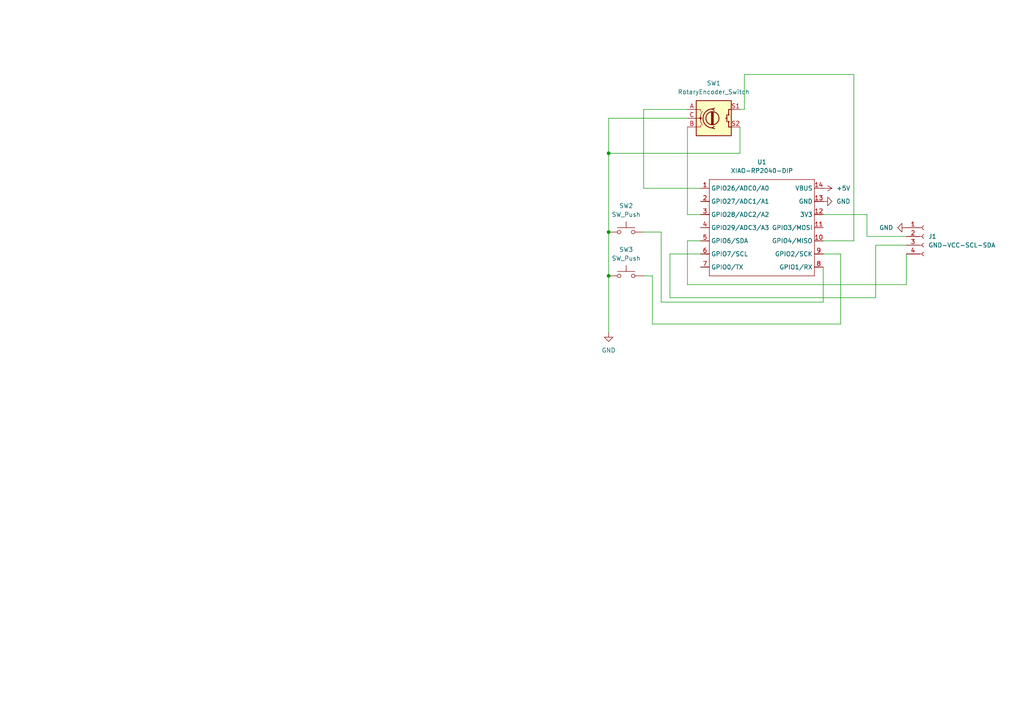
<source format=kicad_sch>
(kicad_sch
	(version 20250114)
	(generator "eeschema")
	(generator_version "9.0")
	(uuid "d5f27c87-6e13-48df-b671-0c795aa59453")
	(paper "A4")
	(lib_symbols
		(symbol "Library FOR FUSION:+5V"
			(power)
			(pin_numbers
				(hide yes)
			)
			(pin_names
				(offset 0)
				(hide yes)
			)
			(exclude_from_sim no)
			(in_bom yes)
			(on_board yes)
			(property "Reference" "#PWR"
				(at 0 -3.81 0)
				(effects
					(font
						(size 1.27 1.27)
					)
					(hide yes)
				)
			)
			(property "Value" "+5V"
				(at 0 3.556 0)
				(effects
					(font
						(size 1.27 1.27)
					)
				)
			)
			(property "Footprint" ""
				(at 0 0 0)
				(effects
					(font
						(size 1.27 1.27)
					)
					(hide yes)
				)
			)
			(property "Datasheet" ""
				(at 0 0 0)
				(effects
					(font
						(size 1.27 1.27)
					)
					(hide yes)
				)
			)
			(property "Description" "Power symbol creates a global label with name \"+5V\""
				(at 0 0 0)
				(effects
					(font
						(size 1.27 1.27)
					)
					(hide yes)
				)
			)
			(property "ki_keywords" "global power"
				(at 0 0 0)
				(effects
					(font
						(size 1.27 1.27)
					)
					(hide yes)
				)
			)
			(symbol "+5V_0_1"
				(polyline
					(pts
						(xy -0.762 1.27) (xy 0 2.54)
					)
					(stroke
						(width 0)
						(type default)
					)
					(fill
						(type none)
					)
				)
				(polyline
					(pts
						(xy 0 2.54) (xy 0.762 1.27)
					)
					(stroke
						(width 0)
						(type default)
					)
					(fill
						(type none)
					)
				)
				(polyline
					(pts
						(xy 0 0) (xy 0 2.54)
					)
					(stroke
						(width 0)
						(type default)
					)
					(fill
						(type none)
					)
				)
			)
			(symbol "+5V_1_1"
				(pin power_in line
					(at 0 0 90)
					(length 0)
					(name "~"
						(effects
							(font
								(size 1.27 1.27)
							)
						)
					)
					(number "1"
						(effects
							(font
								(size 1.27 1.27)
							)
						)
					)
				)
			)
			(embedded_fonts no)
		)
		(symbol "Library FOR FUSION:Conn_01x04_Socket"
			(pin_names
				(offset 1.016)
				(hide yes)
			)
			(exclude_from_sim no)
			(in_bom yes)
			(on_board yes)
			(property "Reference" "J"
				(at 0 5.08 0)
				(effects
					(font
						(size 1.27 1.27)
					)
				)
			)
			(property "Value" "Conn_01x04_Socket"
				(at 0 -7.62 0)
				(effects
					(font
						(size 1.27 1.27)
					)
				)
			)
			(property "Footprint" ""
				(at 0 0 0)
				(effects
					(font
						(size 1.27 1.27)
					)
					(hide yes)
				)
			)
			(property "Datasheet" "~"
				(at 0 0 0)
				(effects
					(font
						(size 1.27 1.27)
					)
					(hide yes)
				)
			)
			(property "Description" "Generic connector, single row, 01x04, script generated"
				(at 0 0 0)
				(effects
					(font
						(size 1.27 1.27)
					)
					(hide yes)
				)
			)
			(property "ki_locked" ""
				(at 0 0 0)
				(effects
					(font
						(size 1.27 1.27)
					)
				)
			)
			(property "ki_keywords" "connector"
				(at 0 0 0)
				(effects
					(font
						(size 1.27 1.27)
					)
					(hide yes)
				)
			)
			(property "ki_fp_filters" "Connector*:*_1x??_*"
				(at 0 0 0)
				(effects
					(font
						(size 1.27 1.27)
					)
					(hide yes)
				)
			)
			(symbol "Conn_01x04_Socket_1_1"
				(polyline
					(pts
						(xy -1.27 2.54) (xy -0.508 2.54)
					)
					(stroke
						(width 0.1524)
						(type default)
					)
					(fill
						(type none)
					)
				)
				(polyline
					(pts
						(xy -1.27 0) (xy -0.508 0)
					)
					(stroke
						(width 0.1524)
						(type default)
					)
					(fill
						(type none)
					)
				)
				(polyline
					(pts
						(xy -1.27 -2.54) (xy -0.508 -2.54)
					)
					(stroke
						(width 0.1524)
						(type default)
					)
					(fill
						(type none)
					)
				)
				(polyline
					(pts
						(xy -1.27 -5.08) (xy -0.508 -5.08)
					)
					(stroke
						(width 0.1524)
						(type default)
					)
					(fill
						(type none)
					)
				)
				(arc
					(start 0 2.032)
					(mid -0.5058 2.54)
					(end 0 3.048)
					(stroke
						(width 0.1524)
						(type default)
					)
					(fill
						(type none)
					)
				)
				(arc
					(start 0 -0.508)
					(mid -0.5058 0)
					(end 0 0.508)
					(stroke
						(width 0.1524)
						(type default)
					)
					(fill
						(type none)
					)
				)
				(arc
					(start 0 -3.048)
					(mid -0.5058 -2.54)
					(end 0 -2.032)
					(stroke
						(width 0.1524)
						(type default)
					)
					(fill
						(type none)
					)
				)
				(arc
					(start 0 -5.588)
					(mid -0.5058 -5.08)
					(end 0 -4.572)
					(stroke
						(width 0.1524)
						(type default)
					)
					(fill
						(type none)
					)
				)
				(pin passive line
					(at -5.08 2.54 0)
					(length 3.81)
					(name "Pin_1"
						(effects
							(font
								(size 1.27 1.27)
							)
						)
					)
					(number "1"
						(effects
							(font
								(size 1.27 1.27)
							)
						)
					)
				)
				(pin passive line
					(at -5.08 0 0)
					(length 3.81)
					(name "Pin_2"
						(effects
							(font
								(size 1.27 1.27)
							)
						)
					)
					(number "2"
						(effects
							(font
								(size 1.27 1.27)
							)
						)
					)
				)
				(pin passive line
					(at -5.08 -2.54 0)
					(length 3.81)
					(name "Pin_3"
						(effects
							(font
								(size 1.27 1.27)
							)
						)
					)
					(number "3"
						(effects
							(font
								(size 1.27 1.27)
							)
						)
					)
				)
				(pin passive line
					(at -5.08 -5.08 0)
					(length 3.81)
					(name "Pin_4"
						(effects
							(font
								(size 1.27 1.27)
							)
						)
					)
					(number "4"
						(effects
							(font
								(size 1.27 1.27)
							)
						)
					)
				)
			)
			(embedded_fonts no)
		)
		(symbol "Library FOR FUSION:GND"
			(power)
			(pin_numbers
				(hide yes)
			)
			(pin_names
				(offset 0)
				(hide yes)
			)
			(exclude_from_sim no)
			(in_bom yes)
			(on_board yes)
			(property "Reference" "#PWR"
				(at 0 -6.35 0)
				(effects
					(font
						(size 1.27 1.27)
					)
					(hide yes)
				)
			)
			(property "Value" "GND"
				(at 0 -3.81 0)
				(effects
					(font
						(size 1.27 1.27)
					)
				)
			)
			(property "Footprint" ""
				(at 0 0 0)
				(effects
					(font
						(size 1.27 1.27)
					)
					(hide yes)
				)
			)
			(property "Datasheet" ""
				(at 0 0 0)
				(effects
					(font
						(size 1.27 1.27)
					)
					(hide yes)
				)
			)
			(property "Description" "Power symbol creates a global label with name \"GND\" , ground"
				(at 0 0 0)
				(effects
					(font
						(size 1.27 1.27)
					)
					(hide yes)
				)
			)
			(property "ki_keywords" "global power"
				(at 0 0 0)
				(effects
					(font
						(size 1.27 1.27)
					)
					(hide yes)
				)
			)
			(symbol "GND_0_1"
				(polyline
					(pts
						(xy 0 0) (xy 0 -1.27) (xy 1.27 -1.27) (xy 0 -2.54) (xy -1.27 -1.27) (xy 0 -1.27)
					)
					(stroke
						(width 0)
						(type default)
					)
					(fill
						(type none)
					)
				)
			)
			(symbol "GND_1_1"
				(pin power_in line
					(at 0 0 270)
					(length 0)
					(name "~"
						(effects
							(font
								(size 1.27 1.27)
							)
						)
					)
					(number "1"
						(effects
							(font
								(size 1.27 1.27)
							)
						)
					)
				)
			)
			(embedded_fonts no)
		)
		(symbol "Library FOR FUSION:RotaryEncoder_Switch"
			(pin_names
				(offset 0.254)
				(hide yes)
			)
			(exclude_from_sim no)
			(in_bom yes)
			(on_board yes)
			(property "Reference" "SW"
				(at 0 6.604 0)
				(effects
					(font
						(size 1.27 1.27)
					)
				)
			)
			(property "Value" "RotaryEncoder_Switch"
				(at 0 -6.604 0)
				(effects
					(font
						(size 1.27 1.27)
					)
				)
			)
			(property "Footprint" ""
				(at -3.81 4.064 0)
				(effects
					(font
						(size 1.27 1.27)
					)
					(hide yes)
				)
			)
			(property "Datasheet" "~"
				(at 0 6.604 0)
				(effects
					(font
						(size 1.27 1.27)
					)
					(hide yes)
				)
			)
			(property "Description" "Rotary encoder, dual channel, incremental quadrate outputs, with switch"
				(at 0 0 0)
				(effects
					(font
						(size 1.27 1.27)
					)
					(hide yes)
				)
			)
			(property "ki_keywords" "rotary switch encoder switch push button"
				(at 0 0 0)
				(effects
					(font
						(size 1.27 1.27)
					)
					(hide yes)
				)
			)
			(property "ki_fp_filters" "RotaryEncoder*Switch*"
				(at 0 0 0)
				(effects
					(font
						(size 1.27 1.27)
					)
					(hide yes)
				)
			)
			(symbol "RotaryEncoder_Switch_0_1"
				(rectangle
					(start -5.08 5.08)
					(end 5.08 -5.08)
					(stroke
						(width 0.254)
						(type default)
					)
					(fill
						(type background)
					)
				)
				(polyline
					(pts
						(xy -5.08 2.54) (xy -3.81 2.54) (xy -3.81 2.032)
					)
					(stroke
						(width 0)
						(type default)
					)
					(fill
						(type none)
					)
				)
				(polyline
					(pts
						(xy -5.08 0) (xy -3.81 0) (xy -3.81 -1.016) (xy -3.302 -2.032)
					)
					(stroke
						(width 0)
						(type default)
					)
					(fill
						(type none)
					)
				)
				(polyline
					(pts
						(xy -5.08 -2.54) (xy -3.81 -2.54) (xy -3.81 -2.032)
					)
					(stroke
						(width 0)
						(type default)
					)
					(fill
						(type none)
					)
				)
				(polyline
					(pts
						(xy -4.318 0) (xy -3.81 0) (xy -3.81 1.016) (xy -3.302 2.032)
					)
					(stroke
						(width 0)
						(type default)
					)
					(fill
						(type none)
					)
				)
				(circle
					(center -3.81 0)
					(radius 0.254)
					(stroke
						(width 0)
						(type default)
					)
					(fill
						(type outline)
					)
				)
				(polyline
					(pts
						(xy -0.635 -1.778) (xy -0.635 1.778)
					)
					(stroke
						(width 0.254)
						(type default)
					)
					(fill
						(type none)
					)
				)
				(circle
					(center -0.381 0)
					(radius 1.905)
					(stroke
						(width 0.254)
						(type default)
					)
					(fill
						(type none)
					)
				)
				(polyline
					(pts
						(xy -0.381 -1.778) (xy -0.381 1.778)
					)
					(stroke
						(width 0.254)
						(type default)
					)
					(fill
						(type none)
					)
				)
				(arc
					(start -0.381 -2.794)
					(mid -3.0988 -0.0635)
					(end -0.381 2.667)
					(stroke
						(width 0.254)
						(type default)
					)
					(fill
						(type none)
					)
				)
				(polyline
					(pts
						(xy -0.127 1.778) (xy -0.127 -1.778)
					)
					(stroke
						(width 0.254)
						(type default)
					)
					(fill
						(type none)
					)
				)
				(polyline
					(pts
						(xy 0.254 2.921) (xy -0.508 2.667) (xy 0.127 2.286)
					)
					(stroke
						(width 0.254)
						(type default)
					)
					(fill
						(type none)
					)
				)
				(polyline
					(pts
						(xy 0.254 -3.048) (xy -0.508 -2.794) (xy 0.127 -2.413)
					)
					(stroke
						(width 0.254)
						(type default)
					)
					(fill
						(type none)
					)
				)
				(polyline
					(pts
						(xy 3.81 1.016) (xy 3.81 -1.016)
					)
					(stroke
						(width 0.254)
						(type default)
					)
					(fill
						(type none)
					)
				)
				(polyline
					(pts
						(xy 3.81 0) (xy 3.429 0)
					)
					(stroke
						(width 0.254)
						(type default)
					)
					(fill
						(type none)
					)
				)
				(circle
					(center 4.318 1.016)
					(radius 0.127)
					(stroke
						(width 0.254)
						(type default)
					)
					(fill
						(type none)
					)
				)
				(circle
					(center 4.318 -1.016)
					(radius 0.127)
					(stroke
						(width 0.254)
						(type default)
					)
					(fill
						(type none)
					)
				)
				(polyline
					(pts
						(xy 5.08 2.54) (xy 4.318 2.54) (xy 4.318 1.016)
					)
					(stroke
						(width 0.254)
						(type default)
					)
					(fill
						(type none)
					)
				)
				(polyline
					(pts
						(xy 5.08 -2.54) (xy 4.318 -2.54) (xy 4.318 -1.016)
					)
					(stroke
						(width 0.254)
						(type default)
					)
					(fill
						(type none)
					)
				)
			)
			(symbol "RotaryEncoder_Switch_1_1"
				(pin passive line
					(at -7.62 2.54 0)
					(length 2.54)
					(name "A"
						(effects
							(font
								(size 1.27 1.27)
							)
						)
					)
					(number "A"
						(effects
							(font
								(size 1.27 1.27)
							)
						)
					)
				)
				(pin passive line
					(at -7.62 0 0)
					(length 2.54)
					(name "C"
						(effects
							(font
								(size 1.27 1.27)
							)
						)
					)
					(number "C"
						(effects
							(font
								(size 1.27 1.27)
							)
						)
					)
				)
				(pin passive line
					(at -7.62 -2.54 0)
					(length 2.54)
					(name "B"
						(effects
							(font
								(size 1.27 1.27)
							)
						)
					)
					(number "B"
						(effects
							(font
								(size 1.27 1.27)
							)
						)
					)
				)
				(pin passive line
					(at 7.62 2.54 180)
					(length 2.54)
					(name "S1"
						(effects
							(font
								(size 1.27 1.27)
							)
						)
					)
					(number "S1"
						(effects
							(font
								(size 1.27 1.27)
							)
						)
					)
				)
				(pin passive line
					(at 7.62 -2.54 180)
					(length 2.54)
					(name "S2"
						(effects
							(font
								(size 1.27 1.27)
							)
						)
					)
					(number "S2"
						(effects
							(font
								(size 1.27 1.27)
							)
						)
					)
				)
			)
			(embedded_fonts no)
		)
		(symbol "Library FOR FUSION:SW_Push"
			(pin_numbers
				(hide yes)
			)
			(pin_names
				(offset 1.016)
				(hide yes)
			)
			(exclude_from_sim no)
			(in_bom yes)
			(on_board yes)
			(property "Reference" "SW"
				(at 1.27 2.54 0)
				(effects
					(font
						(size 1.27 1.27)
					)
					(justify left)
				)
			)
			(property "Value" "SW_Push"
				(at 0 -1.524 0)
				(effects
					(font
						(size 1.27 1.27)
					)
				)
			)
			(property "Footprint" ""
				(at 0 5.08 0)
				(effects
					(font
						(size 1.27 1.27)
					)
					(hide yes)
				)
			)
			(property "Datasheet" "~"
				(at 0 5.08 0)
				(effects
					(font
						(size 1.27 1.27)
					)
					(hide yes)
				)
			)
			(property "Description" "Push button switch, generic, two pins"
				(at 0 0 0)
				(effects
					(font
						(size 1.27 1.27)
					)
					(hide yes)
				)
			)
			(property "ki_keywords" "switch normally-open pushbutton push-button"
				(at 0 0 0)
				(effects
					(font
						(size 1.27 1.27)
					)
					(hide yes)
				)
			)
			(symbol "SW_Push_0_1"
				(circle
					(center -2.032 0)
					(radius 0.508)
					(stroke
						(width 0)
						(type default)
					)
					(fill
						(type none)
					)
				)
				(polyline
					(pts
						(xy 0 1.27) (xy 0 3.048)
					)
					(stroke
						(width 0)
						(type default)
					)
					(fill
						(type none)
					)
				)
				(circle
					(center 2.032 0)
					(radius 0.508)
					(stroke
						(width 0)
						(type default)
					)
					(fill
						(type none)
					)
				)
				(polyline
					(pts
						(xy 2.54 1.27) (xy -2.54 1.27)
					)
					(stroke
						(width 0)
						(type default)
					)
					(fill
						(type none)
					)
				)
				(pin passive line
					(at -5.08 0 0)
					(length 2.54)
					(name "1"
						(effects
							(font
								(size 1.27 1.27)
							)
						)
					)
					(number "1"
						(effects
							(font
								(size 1.27 1.27)
							)
						)
					)
				)
				(pin passive line
					(at 5.08 0 180)
					(length 2.54)
					(name "2"
						(effects
							(font
								(size 1.27 1.27)
							)
						)
					)
					(number "2"
						(effects
							(font
								(size 1.27 1.27)
							)
						)
					)
				)
			)
			(embedded_fonts no)
		)
		(symbol "Library FOR FUSION:XIAO-RP2040-DIP"
			(exclude_from_sim no)
			(in_bom yes)
			(on_board yes)
			(property "Reference" "U"
				(at 0 0 0)
				(effects
					(font
						(size 1.27 1.27)
					)
				)
			)
			(property "Value" "XIAO-RP2040-DIP"
				(at 5.334 -1.778 0)
				(effects
					(font
						(size 1.27 1.27)
					)
				)
			)
			(property "Footprint" "Module:MOUDLE14P-XIAO-DIP-SMD"
				(at 14.478 -32.258 0)
				(effects
					(font
						(size 1.27 1.27)
					)
					(hide yes)
				)
			)
			(property "Datasheet" ""
				(at 0 0 0)
				(effects
					(font
						(size 1.27 1.27)
					)
					(hide yes)
				)
			)
			(property "Description" ""
				(at 0 0 0)
				(effects
					(font
						(size 1.27 1.27)
					)
					(hide yes)
				)
			)
			(symbol "XIAO-RP2040-DIP_1_0"
				(polyline
					(pts
						(xy -1.27 -2.54) (xy 29.21 -2.54)
					)
					(stroke
						(width 0.1524)
						(type solid)
					)
					(fill
						(type none)
					)
				)
				(polyline
					(pts
						(xy -1.27 -5.08) (xy -2.54 -5.08)
					)
					(stroke
						(width 0.1524)
						(type solid)
					)
					(fill
						(type none)
					)
				)
				(polyline
					(pts
						(xy -1.27 -5.08) (xy -1.27 -2.54)
					)
					(stroke
						(width 0.1524)
						(type solid)
					)
					(fill
						(type none)
					)
				)
				(polyline
					(pts
						(xy -1.27 -8.89) (xy -2.54 -8.89)
					)
					(stroke
						(width 0.1524)
						(type solid)
					)
					(fill
						(type none)
					)
				)
				(polyline
					(pts
						(xy -1.27 -8.89) (xy -1.27 -5.08)
					)
					(stroke
						(width 0.1524)
						(type solid)
					)
					(fill
						(type none)
					)
				)
				(polyline
					(pts
						(xy -1.27 -12.7) (xy -2.54 -12.7)
					)
					(stroke
						(width 0.1524)
						(type solid)
					)
					(fill
						(type none)
					)
				)
				(polyline
					(pts
						(xy -1.27 -12.7) (xy -1.27 -8.89)
					)
					(stroke
						(width 0.1524)
						(type solid)
					)
					(fill
						(type none)
					)
				)
				(polyline
					(pts
						(xy -1.27 -16.51) (xy -2.54 -16.51)
					)
					(stroke
						(width 0.1524)
						(type solid)
					)
					(fill
						(type none)
					)
				)
				(polyline
					(pts
						(xy -1.27 -16.51) (xy -1.27 -12.7)
					)
					(stroke
						(width 0.1524)
						(type solid)
					)
					(fill
						(type none)
					)
				)
				(polyline
					(pts
						(xy -1.27 -20.32) (xy -2.54 -20.32)
					)
					(stroke
						(width 0.1524)
						(type solid)
					)
					(fill
						(type none)
					)
				)
				(polyline
					(pts
						(xy -1.27 -24.13) (xy -2.54 -24.13)
					)
					(stroke
						(width 0.1524)
						(type solid)
					)
					(fill
						(type none)
					)
				)
				(polyline
					(pts
						(xy -1.27 -27.94) (xy -2.54 -27.94)
					)
					(stroke
						(width 0.1524)
						(type solid)
					)
					(fill
						(type none)
					)
				)
				(polyline
					(pts
						(xy -1.27 -30.48) (xy -1.27 -16.51)
					)
					(stroke
						(width 0.1524)
						(type solid)
					)
					(fill
						(type none)
					)
				)
				(polyline
					(pts
						(xy 29.21 -2.54) (xy 29.21 -5.08)
					)
					(stroke
						(width 0.1524)
						(type solid)
					)
					(fill
						(type none)
					)
				)
				(polyline
					(pts
						(xy 29.21 -5.08) (xy 29.21 -8.89)
					)
					(stroke
						(width 0.1524)
						(type solid)
					)
					(fill
						(type none)
					)
				)
				(polyline
					(pts
						(xy 29.21 -8.89) (xy 29.21 -12.7)
					)
					(stroke
						(width 0.1524)
						(type solid)
					)
					(fill
						(type none)
					)
				)
				(polyline
					(pts
						(xy 29.21 -12.7) (xy 29.21 -30.48)
					)
					(stroke
						(width 0.1524)
						(type solid)
					)
					(fill
						(type none)
					)
				)
				(polyline
					(pts
						(xy 29.21 -30.48) (xy -1.27 -30.48)
					)
					(stroke
						(width 0.1524)
						(type solid)
					)
					(fill
						(type none)
					)
				)
				(polyline
					(pts
						(xy 30.48 -5.08) (xy 29.21 -5.08)
					)
					(stroke
						(width 0.1524)
						(type solid)
					)
					(fill
						(type none)
					)
				)
				(polyline
					(pts
						(xy 30.48 -8.89) (xy 29.21 -8.89)
					)
					(stroke
						(width 0.1524)
						(type solid)
					)
					(fill
						(type none)
					)
				)
				(polyline
					(pts
						(xy 30.48 -12.7) (xy 29.21 -12.7)
					)
					(stroke
						(width 0.1524)
						(type solid)
					)
					(fill
						(type none)
					)
				)
				(polyline
					(pts
						(xy 30.48 -16.51) (xy 29.21 -16.51)
					)
					(stroke
						(width 0.1524)
						(type solid)
					)
					(fill
						(type none)
					)
				)
				(polyline
					(pts
						(xy 30.48 -20.32) (xy 29.21 -20.32)
					)
					(stroke
						(width 0.1524)
						(type solid)
					)
					(fill
						(type none)
					)
				)
				(polyline
					(pts
						(xy 30.48 -24.13) (xy 29.21 -24.13)
					)
					(stroke
						(width 0.1524)
						(type solid)
					)
					(fill
						(type none)
					)
				)
				(polyline
					(pts
						(xy 30.48 -27.94) (xy 29.21 -27.94)
					)
					(stroke
						(width 0.1524)
						(type solid)
					)
					(fill
						(type none)
					)
				)
				(pin passive line
					(at -3.81 -5.08 0)
					(length 2.54)
					(name "GPIO26/ADC0/A0"
						(effects
							(font
								(size 1.27 1.27)
							)
						)
					)
					(number "1"
						(effects
							(font
								(size 1.27 1.27)
							)
						)
					)
				)
				(pin passive line
					(at -3.81 -8.89 0)
					(length 2.54)
					(name "GPIO27/ADC1/A1"
						(effects
							(font
								(size 1.27 1.27)
							)
						)
					)
					(number "2"
						(effects
							(font
								(size 1.27 1.27)
							)
						)
					)
				)
				(pin passive line
					(at -3.81 -12.7 0)
					(length 2.54)
					(name "GPIO28/ADC2/A2"
						(effects
							(font
								(size 1.27 1.27)
							)
						)
					)
					(number "3"
						(effects
							(font
								(size 1.27 1.27)
							)
						)
					)
				)
				(pin passive line
					(at -3.81 -16.51 0)
					(length 2.54)
					(name "GPIO29/ADC3/A3"
						(effects
							(font
								(size 1.27 1.27)
							)
						)
					)
					(number "4"
						(effects
							(font
								(size 1.27 1.27)
							)
						)
					)
				)
				(pin passive line
					(at -3.81 -20.32 0)
					(length 2.54)
					(name "GPIO6/SDA"
						(effects
							(font
								(size 1.27 1.27)
							)
						)
					)
					(number "5"
						(effects
							(font
								(size 1.27 1.27)
							)
						)
					)
				)
				(pin passive line
					(at -3.81 -24.13 0)
					(length 2.54)
					(name "GPIO7/SCL"
						(effects
							(font
								(size 1.27 1.27)
							)
						)
					)
					(number "6"
						(effects
							(font
								(size 1.27 1.27)
							)
						)
					)
				)
				(pin passive line
					(at -3.81 -27.94 0)
					(length 2.54)
					(name "GPIO0/TX"
						(effects
							(font
								(size 1.27 1.27)
							)
						)
					)
					(number "7"
						(effects
							(font
								(size 1.27 1.27)
							)
						)
					)
				)
				(pin passive line
					(at 31.75 -5.08 180)
					(length 2.54)
					(name "VBUS"
						(effects
							(font
								(size 1.27 1.27)
							)
						)
					)
					(number "14"
						(effects
							(font
								(size 1.27 1.27)
							)
						)
					)
				)
				(pin passive line
					(at 31.75 -8.89 180)
					(length 2.54)
					(name "GND"
						(effects
							(font
								(size 1.27 1.27)
							)
						)
					)
					(number "13"
						(effects
							(font
								(size 1.27 1.27)
							)
						)
					)
				)
				(pin passive line
					(at 31.75 -12.7 180)
					(length 2.54)
					(name "3V3"
						(effects
							(font
								(size 1.27 1.27)
							)
						)
					)
					(number "12"
						(effects
							(font
								(size 1.27 1.27)
							)
						)
					)
				)
				(pin passive line
					(at 31.75 -16.51 180)
					(length 2.54)
					(name "GPIO3/MOSI"
						(effects
							(font
								(size 1.27 1.27)
							)
						)
					)
					(number "11"
						(effects
							(font
								(size 1.27 1.27)
							)
						)
					)
				)
				(pin passive line
					(at 31.75 -20.32 180)
					(length 2.54)
					(name "GPIO4/MISO"
						(effects
							(font
								(size 1.27 1.27)
							)
						)
					)
					(number "10"
						(effects
							(font
								(size 1.27 1.27)
							)
						)
					)
				)
				(pin passive line
					(at 31.75 -24.13 180)
					(length 2.54)
					(name "GPIO2/SCK"
						(effects
							(font
								(size 1.27 1.27)
							)
						)
					)
					(number "9"
						(effects
							(font
								(size 1.27 1.27)
							)
						)
					)
				)
				(pin passive line
					(at 31.75 -27.94 180)
					(length 2.54)
					(name "GPIO1/RX"
						(effects
							(font
								(size 1.27 1.27)
							)
						)
					)
					(number "8"
						(effects
							(font
								(size 1.27 1.27)
							)
						)
					)
				)
			)
			(embedded_fonts no)
		)
	)
	(junction
		(at 176.53 67.31)
		(diameter 0)
		(color 0 0 0 0)
		(uuid "2960c5f4-f3ff-4713-93b3-f9f1d0fc2690")
	)
	(junction
		(at 176.53 44.45)
		(diameter 0)
		(color 0 0 0 0)
		(uuid "c934690f-23fd-4d5b-95a7-03ec3035b348")
	)
	(junction
		(at 176.53 80.01)
		(diameter 0)
		(color 0 0 0 0)
		(uuid "cbf99198-ce08-4cf0-bf71-b4e274c79859")
	)
	(wire
		(pts
			(xy 247.65 69.85) (xy 238.76 69.85)
		)
		(stroke
			(width 0)
			(type default)
		)
		(uuid "02f18d5c-7349-4ffa-91cc-3be222d82de0")
	)
	(wire
		(pts
			(xy 243.84 93.98) (xy 189.23 93.98)
		)
		(stroke
			(width 0)
			(type default)
		)
		(uuid "0b00ab3b-84f0-4d79-a5b3-f40f5f125c45")
	)
	(wire
		(pts
			(xy 238.76 87.63) (xy 191.77 87.63)
		)
		(stroke
			(width 0)
			(type default)
		)
		(uuid "0b1260a5-4e51-41bc-b2cd-946f9f1e3884")
	)
	(wire
		(pts
			(xy 214.63 44.45) (xy 176.53 44.45)
		)
		(stroke
			(width 0)
			(type default)
		)
		(uuid "10aa01cf-c4c4-4d23-a9ba-3edd1f9590ca")
	)
	(wire
		(pts
			(xy 254 86.36) (xy 194.31 86.36)
		)
		(stroke
			(width 0)
			(type default)
		)
		(uuid "185035df-c26c-4f30-8054-3006dd7b0abe")
	)
	(wire
		(pts
			(xy 194.31 73.66) (xy 194.31 86.36)
		)
		(stroke
			(width 0)
			(type default)
		)
		(uuid "2b294951-66d6-4706-b7e1-390f51fe6367")
	)
	(wire
		(pts
			(xy 176.53 34.29) (xy 176.53 44.45)
		)
		(stroke
			(width 0)
			(type default)
		)
		(uuid "43a626e8-835a-49bd-ab54-a7690dd10fcc")
	)
	(wire
		(pts
			(xy 215.9 21.59) (xy 215.9 31.75)
		)
		(stroke
			(width 0)
			(type default)
		)
		(uuid "549d2d8d-496e-4eb1-9f1c-7d5692dac678")
	)
	(wire
		(pts
			(xy 194.31 73.66) (xy 203.2 73.66)
		)
		(stroke
			(width 0)
			(type default)
		)
		(uuid "589a16ad-d3e3-45c9-9ca4-70f72592fe0e")
	)
	(wire
		(pts
			(xy 199.39 36.83) (xy 199.39 62.23)
		)
		(stroke
			(width 0)
			(type default)
		)
		(uuid "5f9df7e9-0220-4079-bd3b-ae0d9ac15603")
	)
	(wire
		(pts
			(xy 215.9 31.75) (xy 214.63 31.75)
		)
		(stroke
			(width 0)
			(type default)
		)
		(uuid "7877491d-d207-4f0f-86c0-c9b2bc9379f2")
	)
	(wire
		(pts
			(xy 238.76 77.47) (xy 238.76 87.63)
		)
		(stroke
			(width 0)
			(type default)
		)
		(uuid "796e1017-949a-4940-aa9a-3cf62df8541d")
	)
	(wire
		(pts
			(xy 191.77 67.31) (xy 191.77 87.63)
		)
		(stroke
			(width 0)
			(type default)
		)
		(uuid "7e29dfbc-62e6-4884-9ef2-39e498028e2d")
	)
	(wire
		(pts
			(xy 186.69 54.61) (xy 203.2 54.61)
		)
		(stroke
			(width 0)
			(type default)
		)
		(uuid "7e3d3e31-f057-40ba-ac50-457fdfb6f9fc")
	)
	(wire
		(pts
			(xy 251.46 68.58) (xy 262.89 68.58)
		)
		(stroke
			(width 0)
			(type default)
		)
		(uuid "840d6f2a-f190-4930-8f6c-12ba3605a381")
	)
	(wire
		(pts
			(xy 214.63 36.83) (xy 214.63 44.45)
		)
		(stroke
			(width 0)
			(type default)
		)
		(uuid "85e8d3ee-2aef-4cde-a842-8edaf54a6d36")
	)
	(wire
		(pts
			(xy 251.46 62.23) (xy 251.46 68.58)
		)
		(stroke
			(width 0)
			(type default)
		)
		(uuid "897d79c5-da22-4f77-8f04-06a39cea0b6e")
	)
	(wire
		(pts
			(xy 176.53 34.29) (xy 199.39 34.29)
		)
		(stroke
			(width 0)
			(type default)
		)
		(uuid "8b921526-6489-424f-af23-b0ebf2081b51")
	)
	(wire
		(pts
			(xy 262.89 82.55) (xy 199.39 82.55)
		)
		(stroke
			(width 0)
			(type default)
		)
		(uuid "9db771a1-b2cd-4ba0-89e4-0dbea62fb658")
	)
	(wire
		(pts
			(xy 176.53 44.45) (xy 176.53 67.31)
		)
		(stroke
			(width 0)
			(type default)
		)
		(uuid "9dfa29f6-eee9-44da-9e2f-50c26682b90c")
	)
	(wire
		(pts
			(xy 199.39 82.55) (xy 199.39 69.85)
		)
		(stroke
			(width 0)
			(type default)
		)
		(uuid "a3a07803-e52d-4a4f-871c-0b9576d2d39e")
	)
	(wire
		(pts
			(xy 199.39 69.85) (xy 203.2 69.85)
		)
		(stroke
			(width 0)
			(type default)
		)
		(uuid "a8cb26fd-5797-49ca-b17a-fc37fd80d307")
	)
	(wire
		(pts
			(xy 247.65 69.85) (xy 247.65 21.59)
		)
		(stroke
			(width 0)
			(type default)
		)
		(uuid "ab66bf92-d3cf-4408-9346-19ea795b59da")
	)
	(wire
		(pts
			(xy 189.23 80.01) (xy 189.23 93.98)
		)
		(stroke
			(width 0)
			(type default)
		)
		(uuid "b9cb532e-1882-4c69-8fce-20c855c057df")
	)
	(wire
		(pts
			(xy 186.69 31.75) (xy 186.69 54.61)
		)
		(stroke
			(width 0)
			(type default)
		)
		(uuid "bc9dfbe3-0fcc-4671-96df-dd2b2ddba926")
	)
	(wire
		(pts
			(xy 186.69 80.01) (xy 189.23 80.01)
		)
		(stroke
			(width 0)
			(type default)
		)
		(uuid "c1de4fdc-290c-4629-aee0-fad73bab8811")
	)
	(wire
		(pts
			(xy 238.76 73.66) (xy 243.84 73.66)
		)
		(stroke
			(width 0)
			(type default)
		)
		(uuid "c57e6e10-bd59-4a5b-8297-f1a78e218602")
	)
	(wire
		(pts
			(xy 176.53 80.01) (xy 176.53 96.52)
		)
		(stroke
			(width 0)
			(type default)
		)
		(uuid "c8a0c812-8787-42f7-a015-05a92b835946")
	)
	(wire
		(pts
			(xy 247.65 21.59) (xy 215.9 21.59)
		)
		(stroke
			(width 0)
			(type default)
		)
		(uuid "c97892a0-eb8c-4bed-9383-3e02974efaaa")
	)
	(wire
		(pts
			(xy 238.76 62.23) (xy 251.46 62.23)
		)
		(stroke
			(width 0)
			(type default)
		)
		(uuid "cc674229-9248-4b3a-9305-eec45e462f86")
	)
	(wire
		(pts
			(xy 176.53 67.31) (xy 176.53 80.01)
		)
		(stroke
			(width 0)
			(type default)
		)
		(uuid "ce072455-d3e7-460a-b97b-bbda06a58899")
	)
	(wire
		(pts
			(xy 254 71.12) (xy 254 86.36)
		)
		(stroke
			(width 0)
			(type default)
		)
		(uuid "d1d72db6-37ab-461b-b88b-828a42028a13")
	)
	(wire
		(pts
			(xy 262.89 71.12) (xy 254 71.12)
		)
		(stroke
			(width 0)
			(type default)
		)
		(uuid "d203032d-5811-4c93-95a0-3214958c260f")
	)
	(wire
		(pts
			(xy 191.77 67.31) (xy 186.69 67.31)
		)
		(stroke
			(width 0)
			(type default)
		)
		(uuid "d2f23472-d0cd-4f4f-8c74-53cc7c7435a0")
	)
	(wire
		(pts
			(xy 199.39 31.75) (xy 186.69 31.75)
		)
		(stroke
			(width 0)
			(type default)
		)
		(uuid "dfe426d3-34d8-47a3-93d5-bc0dafc099ef")
	)
	(wire
		(pts
			(xy 199.39 62.23) (xy 203.2 62.23)
		)
		(stroke
			(width 0)
			(type default)
		)
		(uuid "e717d3d1-9996-4654-86dc-c7723940fbfd")
	)
	(wire
		(pts
			(xy 262.89 73.66) (xy 262.89 82.55)
		)
		(stroke
			(width 0)
			(type default)
		)
		(uuid "f6e8ba98-1179-46ce-bf2d-c79d0fd5097e")
	)
	(wire
		(pts
			(xy 243.84 73.66) (xy 243.84 93.98)
		)
		(stroke
			(width 0)
			(type default)
		)
		(uuid "fd28d4e5-4da7-4d5c-8986-af495bd78cef")
	)
	(symbol
		(lib_id "Library FOR FUSION:+5V")
		(at 238.76 54.61 270)
		(unit 1)
		(exclude_from_sim no)
		(in_bom yes)
		(on_board yes)
		(dnp no)
		(fields_autoplaced yes)
		(uuid "0c6ba310-8a0d-4a1f-bc41-283f0400ef9b")
		(property "Reference" "#PWR03"
			(at 234.95 54.61 0)
			(effects
				(font
					(size 1.27 1.27)
				)
				(hide yes)
			)
		)
		(property "Value" "+5V"
			(at 242.57 54.6099 90)
			(effects
				(font
					(size 1.27 1.27)
				)
				(justify left)
			)
		)
		(property "Footprint" ""
			(at 238.76 54.61 0)
			(effects
				(font
					(size 1.27 1.27)
				)
				(hide yes)
			)
		)
		(property "Datasheet" ""
			(at 238.76 54.61 0)
			(effects
				(font
					(size 1.27 1.27)
				)
				(hide yes)
			)
		)
		(property "Description" "Power symbol creates a global label with name \"+5V\""
			(at 238.76 54.61 0)
			(effects
				(font
					(size 1.27 1.27)
				)
				(hide yes)
			)
		)
		(pin "1"
			(uuid "b301ad7f-c29f-4004-97ed-eb3b01b1d918")
		)
		(instances
			(project ""
				(path "/d5f27c87-6e13-48df-b671-0c795aa59453"
					(reference "#PWR03")
					(unit 1)
				)
			)
		)
	)
	(symbol
		(lib_id "Library FOR FUSION:SW_Push")
		(at 181.61 67.31 0)
		(unit 1)
		(exclude_from_sim no)
		(in_bom yes)
		(on_board yes)
		(dnp no)
		(fields_autoplaced yes)
		(uuid "1e75282a-04e5-4fa4-90ec-e6bc64ed1747")
		(property "Reference" "SW2"
			(at 181.61 59.69 0)
			(effects
				(font
					(size 1.27 1.27)
				)
			)
		)
		(property "Value" "SW_Push"
			(at 181.61 62.23 0)
			(effects
				(font
					(size 1.27 1.27)
				)
			)
		)
		(property "Footprint" "Button_Switch_Keyboard:SW_Cherry_MX_1.00u_PCB"
			(at 181.61 62.23 0)
			(effects
				(font
					(size 1.27 1.27)
				)
				(hide yes)
			)
		)
		(property "Datasheet" "~"
			(at 181.61 62.23 0)
			(effects
				(font
					(size 1.27 1.27)
				)
				(hide yes)
			)
		)
		(property "Description" "Push button switch, generic, two pins"
			(at 181.61 67.31 0)
			(effects
				(font
					(size 1.27 1.27)
				)
				(hide yes)
			)
		)
		(pin "1"
			(uuid "e4e544db-3a7a-4c88-8c57-6d2256d1ec36")
		)
		(pin "2"
			(uuid "496ccfa5-4fb2-4ae8-9196-75a6fe1b7aa0")
		)
		(instances
			(project ""
				(path "/d5f27c87-6e13-48df-b671-0c795aa59453"
					(reference "SW2")
					(unit 1)
				)
			)
		)
	)
	(symbol
		(lib_id "Library FOR FUSION:RotaryEncoder_Switch")
		(at 207.01 34.29 0)
		(unit 1)
		(exclude_from_sim no)
		(in_bom yes)
		(on_board yes)
		(dnp no)
		(fields_autoplaced yes)
		(uuid "287c88e8-f753-4825-abf5-be76254368b9")
		(property "Reference" "SW1"
			(at 207.01 24.13 0)
			(effects
				(font
					(size 1.27 1.27)
				)
			)
		)
		(property "Value" "RotaryEncoder_Switch"
			(at 207.01 26.67 0)
			(effects
				(font
					(size 1.27 1.27)
				)
			)
		)
		(property "Footprint" "Rotary_Encoder:RotaryEncoder_Alps_EC11E-Switch_Vertical_H20mm"
			(at 203.2 30.226 0)
			(effects
				(font
					(size 1.27 1.27)
				)
				(hide yes)
			)
		)
		(property "Datasheet" "~"
			(at 207.01 27.686 0)
			(effects
				(font
					(size 1.27 1.27)
				)
				(hide yes)
			)
		)
		(property "Description" "Rotary encoder, dual channel, incremental quadrate outputs, with switch"
			(at 207.01 34.29 0)
			(effects
				(font
					(size 1.27 1.27)
				)
				(hide yes)
			)
		)
		(pin "A"
			(uuid "efa771c6-927b-4b49-9450-da9e38625421")
		)
		(pin "C"
			(uuid "ed4d0428-d370-4f71-ae4d-31ed3c7a9278")
		)
		(pin "S1"
			(uuid "839f8e7b-e82f-4623-a1d8-bca68c121ff2")
		)
		(pin "B"
			(uuid "f4cbcd7a-b622-45ee-8d44-f6cd35f8515f")
		)
		(pin "S2"
			(uuid "2bd2a5ad-f3e7-4ff2-b0f4-b82396a3c66b")
		)
		(instances
			(project ""
				(path "/d5f27c87-6e13-48df-b671-0c795aa59453"
					(reference "SW1")
					(unit 1)
				)
			)
		)
	)
	(symbol
		(lib_id "Library FOR FUSION:GND")
		(at 238.76 58.42 90)
		(unit 1)
		(exclude_from_sim no)
		(in_bom yes)
		(on_board yes)
		(dnp no)
		(fields_autoplaced yes)
		(uuid "51918d33-fb4f-4db3-9e0a-ce44c2aac008")
		(property "Reference" "#PWR01"
			(at 245.11 58.42 0)
			(effects
				(font
					(size 1.27 1.27)
				)
				(hide yes)
			)
		)
		(property "Value" "GND"
			(at 242.57 58.4199 90)
			(effects
				(font
					(size 1.27 1.27)
				)
				(justify right)
			)
		)
		(property "Footprint" ""
			(at 238.76 58.42 0)
			(effects
				(font
					(size 1.27 1.27)
				)
				(hide yes)
			)
		)
		(property "Datasheet" ""
			(at 238.76 58.42 0)
			(effects
				(font
					(size 1.27 1.27)
				)
				(hide yes)
			)
		)
		(property "Description" "Power symbol creates a global label with name \"GND\" , ground"
			(at 238.76 58.42 0)
			(effects
				(font
					(size 1.27 1.27)
				)
				(hide yes)
			)
		)
		(pin "1"
			(uuid "25ef9b64-d13e-430c-a983-2618bf9f18cc")
		)
		(instances
			(project ""
				(path "/d5f27c87-6e13-48df-b671-0c795aa59453"
					(reference "#PWR01")
					(unit 1)
				)
			)
		)
	)
	(symbol
		(lib_id "Library FOR FUSION:GND")
		(at 176.53 96.52 0)
		(unit 1)
		(exclude_from_sim no)
		(in_bom yes)
		(on_board yes)
		(dnp no)
		(fields_autoplaced yes)
		(uuid "78600d61-8d36-4cbb-9401-65eaaf52e916")
		(property "Reference" "#PWR02"
			(at 176.53 102.87 0)
			(effects
				(font
					(size 1.27 1.27)
				)
				(hide yes)
			)
		)
		(property "Value" "GND"
			(at 176.53 101.6 0)
			(effects
				(font
					(size 1.27 1.27)
				)
			)
		)
		(property "Footprint" ""
			(at 176.53 96.52 0)
			(effects
				(font
					(size 1.27 1.27)
				)
				(hide yes)
			)
		)
		(property "Datasheet" ""
			(at 176.53 96.52 0)
			(effects
				(font
					(size 1.27 1.27)
				)
				(hide yes)
			)
		)
		(property "Description" "Power symbol creates a global label with name \"GND\" , ground"
			(at 176.53 96.52 0)
			(effects
				(font
					(size 1.27 1.27)
				)
				(hide yes)
			)
		)
		(pin "1"
			(uuid "79bade3f-dc8a-4dcd-a4bf-035e57d22ab3")
		)
		(instances
			(project ""
				(path "/d5f27c87-6e13-48df-b671-0c795aa59453"
					(reference "#PWR02")
					(unit 1)
				)
			)
		)
	)
	(symbol
		(lib_id "Library FOR FUSION:GND")
		(at 262.89 66.04 270)
		(unit 1)
		(exclude_from_sim no)
		(in_bom yes)
		(on_board yes)
		(dnp no)
		(fields_autoplaced yes)
		(uuid "ac1507bf-11fc-4f5a-b0ff-8e28f861a20a")
		(property "Reference" "#PWR04"
			(at 256.54 66.04 0)
			(effects
				(font
					(size 1.27 1.27)
				)
				(hide yes)
			)
		)
		(property "Value" "GND"
			(at 259.08 66.0399 90)
			(effects
				(font
					(size 1.27 1.27)
				)
				(justify right)
			)
		)
		(property "Footprint" ""
			(at 262.89 66.04 0)
			(effects
				(font
					(size 1.27 1.27)
				)
				(hide yes)
			)
		)
		(property "Datasheet" ""
			(at 262.89 66.04 0)
			(effects
				(font
					(size 1.27 1.27)
				)
				(hide yes)
			)
		)
		(property "Description" "Power symbol creates a global label with name \"GND\" , ground"
			(at 262.89 66.04 0)
			(effects
				(font
					(size 1.27 1.27)
				)
				(hide yes)
			)
		)
		(pin "1"
			(uuid "68527b7b-34bc-4bc2-8efd-418ee28e7de1")
		)
		(instances
			(project ""
				(path "/d5f27c87-6e13-48df-b671-0c795aa59453"
					(reference "#PWR04")
					(unit 1)
				)
			)
		)
	)
	(symbol
		(lib_id "Library FOR FUSION:SW_Push")
		(at 181.61 80.01 0)
		(unit 1)
		(exclude_from_sim no)
		(in_bom yes)
		(on_board yes)
		(dnp no)
		(fields_autoplaced yes)
		(uuid "c498875f-cfc5-4df8-9c24-85cf6ccc0679")
		(property "Reference" "SW3"
			(at 181.61 72.39 0)
			(effects
				(font
					(size 1.27 1.27)
				)
			)
		)
		(property "Value" "SW_Push"
			(at 181.61 74.93 0)
			(effects
				(font
					(size 1.27 1.27)
				)
			)
		)
		(property "Footprint" "Button_Switch_Keyboard:SW_Cherry_MX_1.00u_PCB"
			(at 181.61 74.93 0)
			(effects
				(font
					(size 1.27 1.27)
				)
				(hide yes)
			)
		)
		(property "Datasheet" "~"
			(at 181.61 74.93 0)
			(effects
				(font
					(size 1.27 1.27)
				)
				(hide yes)
			)
		)
		(property "Description" "Push button switch, generic, two pins"
			(at 181.61 80.01 0)
			(effects
				(font
					(size 1.27 1.27)
				)
				(hide yes)
			)
		)
		(pin "1"
			(uuid "1b37f6fc-084e-4fb2-8093-7ef083df6660")
		)
		(pin "2"
			(uuid "22914b72-dab2-4cdc-999c-a462477d708f")
		)
		(instances
			(project "Remote Lab Controller PCB"
				(path "/d5f27c87-6e13-48df-b671-0c795aa59453"
					(reference "SW3")
					(unit 1)
				)
			)
		)
	)
	(symbol
		(lib_id "Library FOR FUSION:Conn_01x04_Socket")
		(at 267.97 68.58 0)
		(unit 1)
		(exclude_from_sim no)
		(in_bom yes)
		(on_board yes)
		(dnp no)
		(fields_autoplaced yes)
		(uuid "d2ee906b-da9f-4fed-823d-35565136a7f7")
		(property "Reference" "J1"
			(at 269.24 68.5799 0)
			(effects
				(font
					(size 1.27 1.27)
				)
				(justify left)
			)
		)
		(property "Value" "GND-VCC-SCL-SDA"
			(at 269.24 71.1199 0)
			(effects
				(font
					(size 1.27 1.27)
				)
				(justify left)
			)
		)
		(property "Footprint" "Connector:NS-Tech_Grove_1x04_P2mm_Vertical"
			(at 267.97 68.58 0)
			(effects
				(font
					(size 1.27 1.27)
				)
				(hide yes)
			)
		)
		(property "Datasheet" "~"
			(at 267.97 68.58 0)
			(effects
				(font
					(size 1.27 1.27)
				)
				(hide yes)
			)
		)
		(property "Description" "Generic connector, single row, 01x04, script generated"
			(at 267.97 68.58 0)
			(effects
				(font
					(size 1.27 1.27)
				)
				(hide yes)
			)
		)
		(pin "1"
			(uuid "bdb6132a-285e-4674-98a7-19840436e3a3")
		)
		(pin "3"
			(uuid "d5a9248a-0012-48b0-8ef8-96f459b1eda5")
		)
		(pin "2"
			(uuid "c3516f53-4235-4131-93dc-c96a44bbbe0f")
		)
		(pin "4"
			(uuid "e8b3aa73-d75a-4770-a584-43238fd0ceb4")
		)
		(instances
			(project ""
				(path "/d5f27c87-6e13-48df-b671-0c795aa59453"
					(reference "J1")
					(unit 1)
				)
			)
		)
	)
	(symbol
		(lib_id "Library FOR FUSION:XIAO-RP2040-DIP")
		(at 207.01 49.53 0)
		(unit 1)
		(exclude_from_sim no)
		(in_bom yes)
		(on_board yes)
		(dnp no)
		(fields_autoplaced yes)
		(uuid "f498000d-7bbf-44ae-9b83-4c1acb973628")
		(property "Reference" "U1"
			(at 220.98 46.99 0)
			(effects
				(font
					(size 1.27 1.27)
				)
			)
		)
		(property "Value" "XIAO-RP2040-DIP"
			(at 220.98 49.53 0)
			(effects
				(font
					(size 1.27 1.27)
				)
			)
		)
		(property "Footprint" "Seeed Studio XIAO Series Library:XIAO-RP2040-DIP"
			(at 221.488 81.788 0)
			(effects
				(font
					(size 1.27 1.27)
				)
				(hide yes)
			)
		)
		(property "Datasheet" ""
			(at 207.01 49.53 0)
			(effects
				(font
					(size 1.27 1.27)
				)
				(hide yes)
			)
		)
		(property "Description" ""
			(at 207.01 49.53 0)
			(effects
				(font
					(size 1.27 1.27)
				)
				(hide yes)
			)
		)
		(pin "2"
			(uuid "6a8e17eb-a43d-4d34-911f-1744f02c27a9")
		)
		(pin "3"
			(uuid "875e5375-8069-4ac3-b763-8edc7def0b3f")
		)
		(pin "13"
			(uuid "3d5ace04-ca72-4f77-aaa6-07efae6567f7")
		)
		(pin "8"
			(uuid "5def0c4f-cddf-4620-819d-e5bae2a03bc2")
		)
		(pin "14"
			(uuid "f10c7d9b-8042-4a1e-84f3-506a427881f2")
		)
		(pin "5"
			(uuid "5e2ca7ae-8e14-4204-aca6-d159d2f48753")
		)
		(pin "6"
			(uuid "01a75422-7c26-4c1d-bcfd-537b21ff94e1")
		)
		(pin "12"
			(uuid "5b12e957-9fed-4861-ae2d-edc2429c572f")
		)
		(pin "10"
			(uuid "ea464872-75bd-44f0-a689-ba270bb42f69")
		)
		(pin "9"
			(uuid "254f1c08-5402-4e6f-a6a7-bdbbe5b6323c")
		)
		(pin "4"
			(uuid "22050334-b1b7-4466-bfa6-c92e685dd5a7")
		)
		(pin "7"
			(uuid "64c20b9f-6426-4bfb-9d71-82f8c0509fcb")
		)
		(pin "1"
			(uuid "428ad53d-2966-489a-99c8-6e272ce07e95")
		)
		(pin "11"
			(uuid "fcb28af3-844e-4559-927b-385ad7e15a72")
		)
		(instances
			(project ""
				(path "/d5f27c87-6e13-48df-b671-0c795aa59453"
					(reference "U1")
					(unit 1)
				)
			)
		)
	)
	(sheet_instances
		(path "/"
			(page "1")
		)
	)
	(embedded_fonts no)
)

</source>
